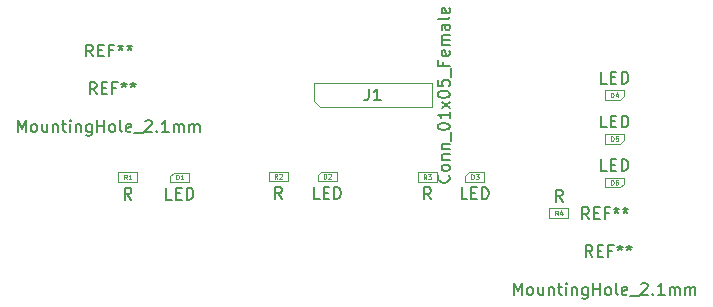
<source format=gbr>
%TF.GenerationSoftware,KiCad,Pcbnew,(5.1.10-1-10_14)*%
%TF.CreationDate,2021-06-08T22:52:33-04:00*%
%TF.ProjectId,TR109-lightboard,54523130-392d-46c6-9967-6874626f6172,rev?*%
%TF.SameCoordinates,Original*%
%TF.FileFunction,Other,Fab,Top*%
%FSLAX46Y46*%
G04 Gerber Fmt 4.6, Leading zero omitted, Abs format (unit mm)*
G04 Created by KiCad (PCBNEW (5.1.10-1-10_14)) date 2021-06-08 22:52:33*
%MOMM*%
%LPD*%
G01*
G04 APERTURE LIST*
%ADD10C,0.100000*%
%ADD11C,0.150000*%
%ADD12C,0.060000*%
G04 APERTURE END LIST*
D10*
%TO.C,J1*%
X144896704Y-96313500D02*
X144396704Y-95813500D01*
X154396704Y-96313500D02*
X144896704Y-96313500D01*
X154396704Y-94313500D02*
X154396704Y-96313500D01*
X144396704Y-94313500D02*
X154396704Y-94313500D01*
X144396704Y-95813500D02*
X144396704Y-94313500D01*
%TO.C,R4*%
X165960000Y-104887500D02*
X165960000Y-105712500D01*
X165960000Y-105712500D02*
X164360000Y-105712500D01*
X164360000Y-105712500D02*
X164360000Y-104887500D01*
X164360000Y-104887500D02*
X165960000Y-104887500D01*
%TO.C,R3*%
X153198300Y-102660200D02*
X153198300Y-101835200D01*
X153198300Y-101835200D02*
X154798300Y-101835200D01*
X154798300Y-101835200D02*
X154798300Y-102660200D01*
X154798300Y-102660200D02*
X153198300Y-102660200D01*
%TO.C,R2*%
X140589100Y-102622100D02*
X140589100Y-101797100D01*
X140589100Y-101797100D02*
X142189100Y-101797100D01*
X142189100Y-101797100D02*
X142189100Y-102622100D01*
X142189100Y-102622100D02*
X140589100Y-102622100D01*
%TO.C,R1*%
X127852900Y-102685600D02*
X127852900Y-101860600D01*
X127852900Y-101860600D02*
X129452900Y-101860600D01*
X129452900Y-101860600D02*
X129452900Y-102685600D01*
X129452900Y-102685600D02*
X127852900Y-102685600D01*
%TO.C,D6*%
X169062500Y-103117600D02*
X170362500Y-103117600D01*
X170362500Y-103117600D02*
X170662500Y-102817600D01*
X170662500Y-102817600D02*
X170662500Y-102317600D01*
X170662500Y-102317600D02*
X169062500Y-102317600D01*
X169062500Y-102317600D02*
X169062500Y-103117600D01*
%TO.C,D5*%
X169062500Y-99421900D02*
X170362500Y-99421900D01*
X170362500Y-99421900D02*
X170662500Y-99121900D01*
X170662500Y-99121900D02*
X170662500Y-98621900D01*
X170662500Y-98621900D02*
X169062500Y-98621900D01*
X169062500Y-98621900D02*
X169062500Y-99421900D01*
%TO.C,D4*%
X169062500Y-95713500D02*
X170362500Y-95713500D01*
X170362500Y-95713500D02*
X170662500Y-95413500D01*
X170662500Y-95413500D02*
X170662500Y-94913500D01*
X170662500Y-94913500D02*
X169062500Y-94913500D01*
X169062500Y-94913500D02*
X169062500Y-95713500D01*
%TO.C,D3*%
X158838800Y-101847700D02*
X157538800Y-101847700D01*
X157538800Y-101847700D02*
X157238800Y-102147700D01*
X157238800Y-102147700D02*
X157238800Y-102647700D01*
X157238800Y-102647700D02*
X158838800Y-102647700D01*
X158838800Y-102647700D02*
X158838800Y-101847700D01*
%TO.C,D2*%
X146342000Y-101809600D02*
X145042000Y-101809600D01*
X145042000Y-101809600D02*
X144742000Y-102109600D01*
X144742000Y-102109600D02*
X144742000Y-102609600D01*
X144742000Y-102609600D02*
X146342000Y-102609600D01*
X146342000Y-102609600D02*
X146342000Y-101809600D01*
%TO.C,D1*%
X133845200Y-101873100D02*
X132545200Y-101873100D01*
X132545200Y-101873100D02*
X132245200Y-102173100D01*
X132245200Y-102173100D02*
X132245200Y-102673100D01*
X132245200Y-102673100D02*
X133845200Y-102673100D01*
X133845200Y-102673100D02*
X133845200Y-101873100D01*
%TD*%
%TO.C,REF\u002A\u002A*%
D11*
X167696666Y-105822380D02*
X167363333Y-105346190D01*
X167125238Y-105822380D02*
X167125238Y-104822380D01*
X167506190Y-104822380D01*
X167601428Y-104870000D01*
X167649047Y-104917619D01*
X167696666Y-105012857D01*
X167696666Y-105155714D01*
X167649047Y-105250952D01*
X167601428Y-105298571D01*
X167506190Y-105346190D01*
X167125238Y-105346190D01*
X168125238Y-105298571D02*
X168458571Y-105298571D01*
X168601428Y-105822380D02*
X168125238Y-105822380D01*
X168125238Y-104822380D01*
X168601428Y-104822380D01*
X169363333Y-105298571D02*
X169030000Y-105298571D01*
X169030000Y-105822380D02*
X169030000Y-104822380D01*
X169506190Y-104822380D01*
X170030000Y-104822380D02*
X170030000Y-105060476D01*
X169791904Y-104965238D02*
X170030000Y-105060476D01*
X170268095Y-104965238D01*
X169887142Y-105250952D02*
X170030000Y-105060476D01*
X170172857Y-105250952D01*
X170791904Y-104822380D02*
X170791904Y-105060476D01*
X170553809Y-104965238D02*
X170791904Y-105060476D01*
X171030000Y-104965238D01*
X170649047Y-105250952D02*
X170791904Y-105060476D01*
X170934761Y-105250952D01*
X161339523Y-112222380D02*
X161339523Y-111222380D01*
X161672857Y-111936666D01*
X162006190Y-111222380D01*
X162006190Y-112222380D01*
X162625238Y-112222380D02*
X162530000Y-112174761D01*
X162482380Y-112127142D01*
X162434761Y-112031904D01*
X162434761Y-111746190D01*
X162482380Y-111650952D01*
X162530000Y-111603333D01*
X162625238Y-111555714D01*
X162768095Y-111555714D01*
X162863333Y-111603333D01*
X162910952Y-111650952D01*
X162958571Y-111746190D01*
X162958571Y-112031904D01*
X162910952Y-112127142D01*
X162863333Y-112174761D01*
X162768095Y-112222380D01*
X162625238Y-112222380D01*
X163815714Y-111555714D02*
X163815714Y-112222380D01*
X163387142Y-111555714D02*
X163387142Y-112079523D01*
X163434761Y-112174761D01*
X163530000Y-112222380D01*
X163672857Y-112222380D01*
X163768095Y-112174761D01*
X163815714Y-112127142D01*
X164291904Y-111555714D02*
X164291904Y-112222380D01*
X164291904Y-111650952D02*
X164339523Y-111603333D01*
X164434761Y-111555714D01*
X164577619Y-111555714D01*
X164672857Y-111603333D01*
X164720476Y-111698571D01*
X164720476Y-112222380D01*
X165053809Y-111555714D02*
X165434761Y-111555714D01*
X165196666Y-111222380D02*
X165196666Y-112079523D01*
X165244285Y-112174761D01*
X165339523Y-112222380D01*
X165434761Y-112222380D01*
X165768095Y-112222380D02*
X165768095Y-111555714D01*
X165768095Y-111222380D02*
X165720476Y-111270000D01*
X165768095Y-111317619D01*
X165815714Y-111270000D01*
X165768095Y-111222380D01*
X165768095Y-111317619D01*
X166244285Y-111555714D02*
X166244285Y-112222380D01*
X166244285Y-111650952D02*
X166291904Y-111603333D01*
X166387142Y-111555714D01*
X166530000Y-111555714D01*
X166625238Y-111603333D01*
X166672857Y-111698571D01*
X166672857Y-112222380D01*
X167577619Y-111555714D02*
X167577619Y-112365238D01*
X167530000Y-112460476D01*
X167482380Y-112508095D01*
X167387142Y-112555714D01*
X167244285Y-112555714D01*
X167149047Y-112508095D01*
X167577619Y-112174761D02*
X167482380Y-112222380D01*
X167291904Y-112222380D01*
X167196666Y-112174761D01*
X167149047Y-112127142D01*
X167101428Y-112031904D01*
X167101428Y-111746190D01*
X167149047Y-111650952D01*
X167196666Y-111603333D01*
X167291904Y-111555714D01*
X167482380Y-111555714D01*
X167577619Y-111603333D01*
X168053809Y-112222380D02*
X168053809Y-111222380D01*
X168053809Y-111698571D02*
X168625238Y-111698571D01*
X168625238Y-112222380D02*
X168625238Y-111222380D01*
X169244285Y-112222380D02*
X169149047Y-112174761D01*
X169101428Y-112127142D01*
X169053809Y-112031904D01*
X169053809Y-111746190D01*
X169101428Y-111650952D01*
X169149047Y-111603333D01*
X169244285Y-111555714D01*
X169387142Y-111555714D01*
X169482380Y-111603333D01*
X169530000Y-111650952D01*
X169577619Y-111746190D01*
X169577619Y-112031904D01*
X169530000Y-112127142D01*
X169482380Y-112174761D01*
X169387142Y-112222380D01*
X169244285Y-112222380D01*
X170149047Y-112222380D02*
X170053809Y-112174761D01*
X170006190Y-112079523D01*
X170006190Y-111222380D01*
X170910952Y-112174761D02*
X170815714Y-112222380D01*
X170625238Y-112222380D01*
X170530000Y-112174761D01*
X170482380Y-112079523D01*
X170482380Y-111698571D01*
X170530000Y-111603333D01*
X170625238Y-111555714D01*
X170815714Y-111555714D01*
X170910952Y-111603333D01*
X170958571Y-111698571D01*
X170958571Y-111793809D01*
X170482380Y-111889047D01*
X171149047Y-112317619D02*
X171910952Y-112317619D01*
X172101428Y-111317619D02*
X172149047Y-111270000D01*
X172244285Y-111222380D01*
X172482380Y-111222380D01*
X172577619Y-111270000D01*
X172625238Y-111317619D01*
X172672857Y-111412857D01*
X172672857Y-111508095D01*
X172625238Y-111650952D01*
X172053809Y-112222380D01*
X172672857Y-112222380D01*
X173101428Y-112127142D02*
X173149047Y-112174761D01*
X173101428Y-112222380D01*
X173053809Y-112174761D01*
X173101428Y-112127142D01*
X173101428Y-112222380D01*
X174101428Y-112222380D02*
X173530000Y-112222380D01*
X173815714Y-112222380D02*
X173815714Y-111222380D01*
X173720476Y-111365238D01*
X173625238Y-111460476D01*
X173530000Y-111508095D01*
X174530000Y-112222380D02*
X174530000Y-111555714D01*
X174530000Y-111650952D02*
X174577619Y-111603333D01*
X174672857Y-111555714D01*
X174815714Y-111555714D01*
X174910952Y-111603333D01*
X174958571Y-111698571D01*
X174958571Y-112222380D01*
X174958571Y-111698571D02*
X175006190Y-111603333D01*
X175101428Y-111555714D01*
X175244285Y-111555714D01*
X175339523Y-111603333D01*
X175387142Y-111698571D01*
X175387142Y-112222380D01*
X175863333Y-112222380D02*
X175863333Y-111555714D01*
X175863333Y-111650952D02*
X175910952Y-111603333D01*
X176006190Y-111555714D01*
X176149047Y-111555714D01*
X176244285Y-111603333D01*
X176291904Y-111698571D01*
X176291904Y-112222380D01*
X176291904Y-111698571D02*
X176339523Y-111603333D01*
X176434761Y-111555714D01*
X176577619Y-111555714D01*
X176672857Y-111603333D01*
X176720476Y-111698571D01*
X176720476Y-112222380D01*
X167996666Y-109022380D02*
X167663333Y-108546190D01*
X167425238Y-109022380D02*
X167425238Y-108022380D01*
X167806190Y-108022380D01*
X167901428Y-108070000D01*
X167949047Y-108117619D01*
X167996666Y-108212857D01*
X167996666Y-108355714D01*
X167949047Y-108450952D01*
X167901428Y-108498571D01*
X167806190Y-108546190D01*
X167425238Y-108546190D01*
X168425238Y-108498571D02*
X168758571Y-108498571D01*
X168901428Y-109022380D02*
X168425238Y-109022380D01*
X168425238Y-108022380D01*
X168901428Y-108022380D01*
X169663333Y-108498571D02*
X169330000Y-108498571D01*
X169330000Y-109022380D02*
X169330000Y-108022380D01*
X169806190Y-108022380D01*
X170330000Y-108022380D02*
X170330000Y-108260476D01*
X170091904Y-108165238D02*
X170330000Y-108260476D01*
X170568095Y-108165238D01*
X170187142Y-108450952D02*
X170330000Y-108260476D01*
X170472857Y-108450952D01*
X171091904Y-108022380D02*
X171091904Y-108260476D01*
X170853809Y-108165238D02*
X171091904Y-108260476D01*
X171330000Y-108165238D01*
X170949047Y-108450952D02*
X171091904Y-108260476D01*
X171234761Y-108450952D01*
X125706666Y-92032380D02*
X125373333Y-91556190D01*
X125135238Y-92032380D02*
X125135238Y-91032380D01*
X125516190Y-91032380D01*
X125611428Y-91080000D01*
X125659047Y-91127619D01*
X125706666Y-91222857D01*
X125706666Y-91365714D01*
X125659047Y-91460952D01*
X125611428Y-91508571D01*
X125516190Y-91556190D01*
X125135238Y-91556190D01*
X126135238Y-91508571D02*
X126468571Y-91508571D01*
X126611428Y-92032380D02*
X126135238Y-92032380D01*
X126135238Y-91032380D01*
X126611428Y-91032380D01*
X127373333Y-91508571D02*
X127040000Y-91508571D01*
X127040000Y-92032380D02*
X127040000Y-91032380D01*
X127516190Y-91032380D01*
X128040000Y-91032380D02*
X128040000Y-91270476D01*
X127801904Y-91175238D02*
X128040000Y-91270476D01*
X128278095Y-91175238D01*
X127897142Y-91460952D02*
X128040000Y-91270476D01*
X128182857Y-91460952D01*
X128801904Y-91032380D02*
X128801904Y-91270476D01*
X128563809Y-91175238D02*
X128801904Y-91270476D01*
X129040000Y-91175238D01*
X128659047Y-91460952D02*
X128801904Y-91270476D01*
X128944761Y-91460952D01*
X119349523Y-98432380D02*
X119349523Y-97432380D01*
X119682857Y-98146666D01*
X120016190Y-97432380D01*
X120016190Y-98432380D01*
X120635238Y-98432380D02*
X120540000Y-98384761D01*
X120492380Y-98337142D01*
X120444761Y-98241904D01*
X120444761Y-97956190D01*
X120492380Y-97860952D01*
X120540000Y-97813333D01*
X120635238Y-97765714D01*
X120778095Y-97765714D01*
X120873333Y-97813333D01*
X120920952Y-97860952D01*
X120968571Y-97956190D01*
X120968571Y-98241904D01*
X120920952Y-98337142D01*
X120873333Y-98384761D01*
X120778095Y-98432380D01*
X120635238Y-98432380D01*
X121825714Y-97765714D02*
X121825714Y-98432380D01*
X121397142Y-97765714D02*
X121397142Y-98289523D01*
X121444761Y-98384761D01*
X121540000Y-98432380D01*
X121682857Y-98432380D01*
X121778095Y-98384761D01*
X121825714Y-98337142D01*
X122301904Y-97765714D02*
X122301904Y-98432380D01*
X122301904Y-97860952D02*
X122349523Y-97813333D01*
X122444761Y-97765714D01*
X122587619Y-97765714D01*
X122682857Y-97813333D01*
X122730476Y-97908571D01*
X122730476Y-98432380D01*
X123063809Y-97765714D02*
X123444761Y-97765714D01*
X123206666Y-97432380D02*
X123206666Y-98289523D01*
X123254285Y-98384761D01*
X123349523Y-98432380D01*
X123444761Y-98432380D01*
X123778095Y-98432380D02*
X123778095Y-97765714D01*
X123778095Y-97432380D02*
X123730476Y-97480000D01*
X123778095Y-97527619D01*
X123825714Y-97480000D01*
X123778095Y-97432380D01*
X123778095Y-97527619D01*
X124254285Y-97765714D02*
X124254285Y-98432380D01*
X124254285Y-97860952D02*
X124301904Y-97813333D01*
X124397142Y-97765714D01*
X124540000Y-97765714D01*
X124635238Y-97813333D01*
X124682857Y-97908571D01*
X124682857Y-98432380D01*
X125587619Y-97765714D02*
X125587619Y-98575238D01*
X125540000Y-98670476D01*
X125492380Y-98718095D01*
X125397142Y-98765714D01*
X125254285Y-98765714D01*
X125159047Y-98718095D01*
X125587619Y-98384761D02*
X125492380Y-98432380D01*
X125301904Y-98432380D01*
X125206666Y-98384761D01*
X125159047Y-98337142D01*
X125111428Y-98241904D01*
X125111428Y-97956190D01*
X125159047Y-97860952D01*
X125206666Y-97813333D01*
X125301904Y-97765714D01*
X125492380Y-97765714D01*
X125587619Y-97813333D01*
X126063809Y-98432380D02*
X126063809Y-97432380D01*
X126063809Y-97908571D02*
X126635238Y-97908571D01*
X126635238Y-98432380D02*
X126635238Y-97432380D01*
X127254285Y-98432380D02*
X127159047Y-98384761D01*
X127111428Y-98337142D01*
X127063809Y-98241904D01*
X127063809Y-97956190D01*
X127111428Y-97860952D01*
X127159047Y-97813333D01*
X127254285Y-97765714D01*
X127397142Y-97765714D01*
X127492380Y-97813333D01*
X127540000Y-97860952D01*
X127587619Y-97956190D01*
X127587619Y-98241904D01*
X127540000Y-98337142D01*
X127492380Y-98384761D01*
X127397142Y-98432380D01*
X127254285Y-98432380D01*
X128159047Y-98432380D02*
X128063809Y-98384761D01*
X128016190Y-98289523D01*
X128016190Y-97432380D01*
X128920952Y-98384761D02*
X128825714Y-98432380D01*
X128635238Y-98432380D01*
X128540000Y-98384761D01*
X128492380Y-98289523D01*
X128492380Y-97908571D01*
X128540000Y-97813333D01*
X128635238Y-97765714D01*
X128825714Y-97765714D01*
X128920952Y-97813333D01*
X128968571Y-97908571D01*
X128968571Y-98003809D01*
X128492380Y-98099047D01*
X129159047Y-98527619D02*
X129920952Y-98527619D01*
X130111428Y-97527619D02*
X130159047Y-97480000D01*
X130254285Y-97432380D01*
X130492380Y-97432380D01*
X130587619Y-97480000D01*
X130635238Y-97527619D01*
X130682857Y-97622857D01*
X130682857Y-97718095D01*
X130635238Y-97860952D01*
X130063809Y-98432380D01*
X130682857Y-98432380D01*
X131111428Y-98337142D02*
X131159047Y-98384761D01*
X131111428Y-98432380D01*
X131063809Y-98384761D01*
X131111428Y-98337142D01*
X131111428Y-98432380D01*
X132111428Y-98432380D02*
X131539999Y-98432380D01*
X131825714Y-98432380D02*
X131825714Y-97432380D01*
X131730476Y-97575238D01*
X131635238Y-97670476D01*
X131539999Y-97718095D01*
X132539999Y-98432380D02*
X132539999Y-97765714D01*
X132539999Y-97860952D02*
X132587619Y-97813333D01*
X132682857Y-97765714D01*
X132825714Y-97765714D01*
X132920952Y-97813333D01*
X132968571Y-97908571D01*
X132968571Y-98432380D01*
X132968571Y-97908571D02*
X133016190Y-97813333D01*
X133111428Y-97765714D01*
X133254285Y-97765714D01*
X133349523Y-97813333D01*
X133397142Y-97908571D01*
X133397142Y-98432380D01*
X133873333Y-98432380D02*
X133873333Y-97765714D01*
X133873333Y-97860952D02*
X133920952Y-97813333D01*
X134016190Y-97765714D01*
X134159047Y-97765714D01*
X134254285Y-97813333D01*
X134301904Y-97908571D01*
X134301904Y-98432380D01*
X134301904Y-97908571D02*
X134349523Y-97813333D01*
X134444761Y-97765714D01*
X134587619Y-97765714D01*
X134682857Y-97813333D01*
X134730476Y-97908571D01*
X134730476Y-98432380D01*
X126006666Y-95232380D02*
X125673333Y-94756190D01*
X125435238Y-95232380D02*
X125435238Y-94232380D01*
X125816190Y-94232380D01*
X125911428Y-94280000D01*
X125959047Y-94327619D01*
X126006666Y-94422857D01*
X126006666Y-94565714D01*
X125959047Y-94660952D01*
X125911428Y-94708571D01*
X125816190Y-94756190D01*
X125435238Y-94756190D01*
X126435238Y-94708571D02*
X126768571Y-94708571D01*
X126911428Y-95232380D02*
X126435238Y-95232380D01*
X126435238Y-94232380D01*
X126911428Y-94232380D01*
X127673333Y-94708571D02*
X127340000Y-94708571D01*
X127340000Y-95232380D02*
X127340000Y-94232380D01*
X127816190Y-94232380D01*
X128340000Y-94232380D02*
X128340000Y-94470476D01*
X128101904Y-94375238D02*
X128340000Y-94470476D01*
X128578095Y-94375238D01*
X128197142Y-94660952D02*
X128340000Y-94470476D01*
X128482857Y-94660952D01*
X129101904Y-94232380D02*
X129101904Y-94470476D01*
X128863809Y-94375238D02*
X129101904Y-94470476D01*
X129340000Y-94375238D01*
X128959047Y-94660952D02*
X129101904Y-94470476D01*
X129244761Y-94660952D01*
%TO.C,J1*%
X155813846Y-102099214D02*
X155861465Y-102146833D01*
X155909084Y-102289690D01*
X155909084Y-102384928D01*
X155861465Y-102527785D01*
X155766227Y-102623023D01*
X155670989Y-102670642D01*
X155480513Y-102718261D01*
X155337656Y-102718261D01*
X155147180Y-102670642D01*
X155051942Y-102623023D01*
X154956704Y-102527785D01*
X154909084Y-102384928D01*
X154909084Y-102289690D01*
X154956704Y-102146833D01*
X155004323Y-102099214D01*
X155909084Y-101527785D02*
X155861465Y-101623023D01*
X155813846Y-101670642D01*
X155718608Y-101718261D01*
X155432894Y-101718261D01*
X155337656Y-101670642D01*
X155290037Y-101623023D01*
X155242418Y-101527785D01*
X155242418Y-101384928D01*
X155290037Y-101289690D01*
X155337656Y-101242071D01*
X155432894Y-101194452D01*
X155718608Y-101194452D01*
X155813846Y-101242071D01*
X155861465Y-101289690D01*
X155909084Y-101384928D01*
X155909084Y-101527785D01*
X155242418Y-100765880D02*
X155909084Y-100765880D01*
X155337656Y-100765880D02*
X155290037Y-100718261D01*
X155242418Y-100623023D01*
X155242418Y-100480166D01*
X155290037Y-100384928D01*
X155385275Y-100337309D01*
X155909084Y-100337309D01*
X155242418Y-99861119D02*
X155909084Y-99861119D01*
X155337656Y-99861119D02*
X155290037Y-99813500D01*
X155242418Y-99718261D01*
X155242418Y-99575404D01*
X155290037Y-99480166D01*
X155385275Y-99432547D01*
X155909084Y-99432547D01*
X156004323Y-99194452D02*
X156004323Y-98432547D01*
X154909084Y-98003976D02*
X154909084Y-97908738D01*
X154956704Y-97813500D01*
X155004323Y-97765880D01*
X155099561Y-97718261D01*
X155290037Y-97670642D01*
X155528132Y-97670642D01*
X155718608Y-97718261D01*
X155813846Y-97765880D01*
X155861465Y-97813500D01*
X155909084Y-97908738D01*
X155909084Y-98003976D01*
X155861465Y-98099214D01*
X155813846Y-98146833D01*
X155718608Y-98194452D01*
X155528132Y-98242071D01*
X155290037Y-98242071D01*
X155099561Y-98194452D01*
X155004323Y-98146833D01*
X154956704Y-98099214D01*
X154909084Y-98003976D01*
X155909084Y-96718261D02*
X155909084Y-97289690D01*
X155909084Y-97003976D02*
X154909084Y-97003976D01*
X155051942Y-97099214D01*
X155147180Y-97194452D01*
X155194799Y-97289690D01*
X155909084Y-96384928D02*
X155242418Y-95861119D01*
X155242418Y-96384928D02*
X155909084Y-95861119D01*
X154909084Y-95289690D02*
X154909084Y-95194452D01*
X154956704Y-95099214D01*
X155004323Y-95051595D01*
X155099561Y-95003976D01*
X155290037Y-94956357D01*
X155528132Y-94956357D01*
X155718608Y-95003976D01*
X155813846Y-95051595D01*
X155861465Y-95099214D01*
X155909084Y-95194452D01*
X155909084Y-95289690D01*
X155861465Y-95384928D01*
X155813846Y-95432547D01*
X155718608Y-95480166D01*
X155528132Y-95527785D01*
X155290037Y-95527785D01*
X155099561Y-95480166D01*
X155004323Y-95432547D01*
X154956704Y-95384928D01*
X154909084Y-95289690D01*
X154909084Y-94051595D02*
X154909084Y-94527785D01*
X155385275Y-94575404D01*
X155337656Y-94527785D01*
X155290037Y-94432547D01*
X155290037Y-94194452D01*
X155337656Y-94099214D01*
X155385275Y-94051595D01*
X155480513Y-94003976D01*
X155718608Y-94003976D01*
X155813846Y-94051595D01*
X155861465Y-94099214D01*
X155909084Y-94194452D01*
X155909084Y-94432547D01*
X155861465Y-94527785D01*
X155813846Y-94575404D01*
X156004323Y-93813500D02*
X156004323Y-93051595D01*
X155385275Y-92480166D02*
X155385275Y-92813500D01*
X155909084Y-92813500D02*
X154909084Y-92813500D01*
X154909084Y-92337309D01*
X155861465Y-91575404D02*
X155909084Y-91670642D01*
X155909084Y-91861119D01*
X155861465Y-91956357D01*
X155766227Y-92003976D01*
X155385275Y-92003976D01*
X155290037Y-91956357D01*
X155242418Y-91861119D01*
X155242418Y-91670642D01*
X155290037Y-91575404D01*
X155385275Y-91527785D01*
X155480513Y-91527785D01*
X155575751Y-92003976D01*
X155909084Y-91099214D02*
X155242418Y-91099214D01*
X155337656Y-91099214D02*
X155290037Y-91051595D01*
X155242418Y-90956357D01*
X155242418Y-90813500D01*
X155290037Y-90718261D01*
X155385275Y-90670642D01*
X155909084Y-90670642D01*
X155385275Y-90670642D02*
X155290037Y-90623023D01*
X155242418Y-90527785D01*
X155242418Y-90384928D01*
X155290037Y-90289690D01*
X155385275Y-90242071D01*
X155909084Y-90242071D01*
X155909084Y-89337309D02*
X155385275Y-89337309D01*
X155290037Y-89384928D01*
X155242418Y-89480166D01*
X155242418Y-89670642D01*
X155290037Y-89765880D01*
X155861465Y-89337309D02*
X155909084Y-89432547D01*
X155909084Y-89670642D01*
X155861465Y-89765880D01*
X155766227Y-89813500D01*
X155670989Y-89813500D01*
X155575751Y-89765880D01*
X155528132Y-89670642D01*
X155528132Y-89432547D01*
X155480513Y-89337309D01*
X155909084Y-88718261D02*
X155861465Y-88813500D01*
X155766227Y-88861119D01*
X154909084Y-88861119D01*
X155861465Y-87956357D02*
X155909084Y-88051595D01*
X155909084Y-88242071D01*
X155861465Y-88337309D01*
X155766227Y-88384928D01*
X155385275Y-88384928D01*
X155290037Y-88337309D01*
X155242418Y-88242071D01*
X155242418Y-88051595D01*
X155290037Y-87956357D01*
X155385275Y-87908738D01*
X155480513Y-87908738D01*
X155575751Y-88384928D01*
X149063370Y-94765880D02*
X149063370Y-95480166D01*
X149015751Y-95623023D01*
X148920513Y-95718261D01*
X148777656Y-95765880D01*
X148682418Y-95765880D01*
X150063370Y-95765880D02*
X149491942Y-95765880D01*
X149777656Y-95765880D02*
X149777656Y-94765880D01*
X149682418Y-94908738D01*
X149587180Y-95003976D01*
X149491942Y-95051595D01*
%TO.C,R4*%
X165469523Y-104322380D02*
X165136190Y-103846190D01*
X164898095Y-104322380D02*
X164898095Y-103322380D01*
X165279047Y-103322380D01*
X165374285Y-103370000D01*
X165421904Y-103417619D01*
X165469523Y-103512857D01*
X165469523Y-103655714D01*
X165421904Y-103750952D01*
X165374285Y-103798571D01*
X165279047Y-103846190D01*
X164898095Y-103846190D01*
D12*
X165093333Y-105480952D02*
X164960000Y-105290476D01*
X164864761Y-105480952D02*
X164864761Y-105080952D01*
X165017142Y-105080952D01*
X165055238Y-105100000D01*
X165074285Y-105119047D01*
X165093333Y-105157142D01*
X165093333Y-105214285D01*
X165074285Y-105252380D01*
X165055238Y-105271428D01*
X165017142Y-105290476D01*
X164864761Y-105290476D01*
X165436190Y-105214285D02*
X165436190Y-105480952D01*
X165340952Y-105061904D02*
X165245714Y-105347619D01*
X165493333Y-105347619D01*
%TO.C,R3*%
D11*
X154307823Y-104130080D02*
X153974490Y-103653890D01*
X153736395Y-104130080D02*
X153736395Y-103130080D01*
X154117347Y-103130080D01*
X154212585Y-103177700D01*
X154260204Y-103225319D01*
X154307823Y-103320557D01*
X154307823Y-103463414D01*
X154260204Y-103558652D01*
X154212585Y-103606271D01*
X154117347Y-103653890D01*
X153736395Y-103653890D01*
D12*
X153931633Y-102428652D02*
X153798300Y-102238176D01*
X153703061Y-102428652D02*
X153703061Y-102028652D01*
X153855442Y-102028652D01*
X153893538Y-102047700D01*
X153912585Y-102066747D01*
X153931633Y-102104842D01*
X153931633Y-102161985D01*
X153912585Y-102200080D01*
X153893538Y-102219128D01*
X153855442Y-102238176D01*
X153703061Y-102238176D01*
X154064966Y-102028652D02*
X154312585Y-102028652D01*
X154179252Y-102181033D01*
X154236395Y-102181033D01*
X154274490Y-102200080D01*
X154293538Y-102219128D01*
X154312585Y-102257223D01*
X154312585Y-102352461D01*
X154293538Y-102390557D01*
X154274490Y-102409604D01*
X154236395Y-102428652D01*
X154122109Y-102428652D01*
X154084014Y-102409604D01*
X154064966Y-102390557D01*
%TO.C,R2*%
D11*
X141698623Y-104091980D02*
X141365290Y-103615790D01*
X141127195Y-104091980D02*
X141127195Y-103091980D01*
X141508147Y-103091980D01*
X141603385Y-103139600D01*
X141651004Y-103187219D01*
X141698623Y-103282457D01*
X141698623Y-103425314D01*
X141651004Y-103520552D01*
X141603385Y-103568171D01*
X141508147Y-103615790D01*
X141127195Y-103615790D01*
D12*
X141322433Y-102390552D02*
X141189100Y-102200076D01*
X141093861Y-102390552D02*
X141093861Y-101990552D01*
X141246242Y-101990552D01*
X141284338Y-102009600D01*
X141303385Y-102028647D01*
X141322433Y-102066742D01*
X141322433Y-102123885D01*
X141303385Y-102161980D01*
X141284338Y-102181028D01*
X141246242Y-102200076D01*
X141093861Y-102200076D01*
X141474814Y-102028647D02*
X141493861Y-102009600D01*
X141531957Y-101990552D01*
X141627195Y-101990552D01*
X141665290Y-102009600D01*
X141684338Y-102028647D01*
X141703385Y-102066742D01*
X141703385Y-102104838D01*
X141684338Y-102161980D01*
X141455766Y-102390552D01*
X141703385Y-102390552D01*
%TO.C,R1*%
D11*
X128962423Y-104155480D02*
X128629090Y-103679290D01*
X128390995Y-104155480D02*
X128390995Y-103155480D01*
X128771947Y-103155480D01*
X128867185Y-103203100D01*
X128914804Y-103250719D01*
X128962423Y-103345957D01*
X128962423Y-103488814D01*
X128914804Y-103584052D01*
X128867185Y-103631671D01*
X128771947Y-103679290D01*
X128390995Y-103679290D01*
D12*
X128586233Y-102454052D02*
X128452900Y-102263576D01*
X128357661Y-102454052D02*
X128357661Y-102054052D01*
X128510042Y-102054052D01*
X128548138Y-102073100D01*
X128567185Y-102092147D01*
X128586233Y-102130242D01*
X128586233Y-102187385D01*
X128567185Y-102225480D01*
X128548138Y-102244528D01*
X128510042Y-102263576D01*
X128357661Y-102263576D01*
X128967185Y-102454052D02*
X128738614Y-102454052D01*
X128852900Y-102454052D02*
X128852900Y-102054052D01*
X128814804Y-102111195D01*
X128776709Y-102149290D01*
X128738614Y-102168338D01*
%TO.C,D6*%
D11*
X169219642Y-101739980D02*
X168743452Y-101739980D01*
X168743452Y-100739980D01*
X169552976Y-101216171D02*
X169886309Y-101216171D01*
X170029166Y-101739980D02*
X169552976Y-101739980D01*
X169552976Y-100739980D01*
X170029166Y-100739980D01*
X170457738Y-101739980D02*
X170457738Y-100739980D01*
X170695833Y-100739980D01*
X170838690Y-100787600D01*
X170933928Y-100882838D01*
X170981547Y-100978076D01*
X171029166Y-101168552D01*
X171029166Y-101311409D01*
X170981547Y-101501885D01*
X170933928Y-101597123D01*
X170838690Y-101692361D01*
X170695833Y-101739980D01*
X170457738Y-101739980D01*
D12*
X169567261Y-102898552D02*
X169567261Y-102498552D01*
X169662500Y-102498552D01*
X169719642Y-102517600D01*
X169757738Y-102555695D01*
X169776785Y-102593790D01*
X169795833Y-102669980D01*
X169795833Y-102727123D01*
X169776785Y-102803314D01*
X169757738Y-102841409D01*
X169719642Y-102879504D01*
X169662500Y-102898552D01*
X169567261Y-102898552D01*
X170138690Y-102498552D02*
X170062500Y-102498552D01*
X170024404Y-102517600D01*
X170005357Y-102536647D01*
X169967261Y-102593790D01*
X169948214Y-102669980D01*
X169948214Y-102822361D01*
X169967261Y-102860457D01*
X169986309Y-102879504D01*
X170024404Y-102898552D01*
X170100595Y-102898552D01*
X170138690Y-102879504D01*
X170157738Y-102860457D01*
X170176785Y-102822361D01*
X170176785Y-102727123D01*
X170157738Y-102689028D01*
X170138690Y-102669980D01*
X170100595Y-102650933D01*
X170024404Y-102650933D01*
X169986309Y-102669980D01*
X169967261Y-102689028D01*
X169948214Y-102727123D01*
%TO.C,D5*%
D11*
X169219642Y-98044280D02*
X168743452Y-98044280D01*
X168743452Y-97044280D01*
X169552976Y-97520471D02*
X169886309Y-97520471D01*
X170029166Y-98044280D02*
X169552976Y-98044280D01*
X169552976Y-97044280D01*
X170029166Y-97044280D01*
X170457738Y-98044280D02*
X170457738Y-97044280D01*
X170695833Y-97044280D01*
X170838690Y-97091900D01*
X170933928Y-97187138D01*
X170981547Y-97282376D01*
X171029166Y-97472852D01*
X171029166Y-97615709D01*
X170981547Y-97806185D01*
X170933928Y-97901423D01*
X170838690Y-97996661D01*
X170695833Y-98044280D01*
X170457738Y-98044280D01*
D12*
X169567261Y-99202852D02*
X169567261Y-98802852D01*
X169662500Y-98802852D01*
X169719642Y-98821900D01*
X169757738Y-98859995D01*
X169776785Y-98898090D01*
X169795833Y-98974280D01*
X169795833Y-99031423D01*
X169776785Y-99107614D01*
X169757738Y-99145709D01*
X169719642Y-99183804D01*
X169662500Y-99202852D01*
X169567261Y-99202852D01*
X170157738Y-98802852D02*
X169967261Y-98802852D01*
X169948214Y-98993328D01*
X169967261Y-98974280D01*
X170005357Y-98955233D01*
X170100595Y-98955233D01*
X170138690Y-98974280D01*
X170157738Y-98993328D01*
X170176785Y-99031423D01*
X170176785Y-99126661D01*
X170157738Y-99164757D01*
X170138690Y-99183804D01*
X170100595Y-99202852D01*
X170005357Y-99202852D01*
X169967261Y-99183804D01*
X169948214Y-99164757D01*
%TO.C,D4*%
D11*
X169219642Y-94335880D02*
X168743452Y-94335880D01*
X168743452Y-93335880D01*
X169552976Y-93812071D02*
X169886309Y-93812071D01*
X170029166Y-94335880D02*
X169552976Y-94335880D01*
X169552976Y-93335880D01*
X170029166Y-93335880D01*
X170457738Y-94335880D02*
X170457738Y-93335880D01*
X170695833Y-93335880D01*
X170838690Y-93383500D01*
X170933928Y-93478738D01*
X170981547Y-93573976D01*
X171029166Y-93764452D01*
X171029166Y-93907309D01*
X170981547Y-94097785D01*
X170933928Y-94193023D01*
X170838690Y-94288261D01*
X170695833Y-94335880D01*
X170457738Y-94335880D01*
D12*
X169567261Y-95494452D02*
X169567261Y-95094452D01*
X169662500Y-95094452D01*
X169719642Y-95113500D01*
X169757738Y-95151595D01*
X169776785Y-95189690D01*
X169795833Y-95265880D01*
X169795833Y-95323023D01*
X169776785Y-95399214D01*
X169757738Y-95437309D01*
X169719642Y-95475404D01*
X169662500Y-95494452D01*
X169567261Y-95494452D01*
X170138690Y-95227785D02*
X170138690Y-95494452D01*
X170043452Y-95075404D02*
X169948214Y-95361119D01*
X170195833Y-95361119D01*
%TO.C,D3*%
D11*
X157395942Y-104130080D02*
X156919752Y-104130080D01*
X156919752Y-103130080D01*
X157729276Y-103606271D02*
X158062609Y-103606271D01*
X158205466Y-104130080D02*
X157729276Y-104130080D01*
X157729276Y-103130080D01*
X158205466Y-103130080D01*
X158634038Y-104130080D02*
X158634038Y-103130080D01*
X158872133Y-103130080D01*
X159014990Y-103177700D01*
X159110228Y-103272938D01*
X159157847Y-103368176D01*
X159205466Y-103558652D01*
X159205466Y-103701509D01*
X159157847Y-103891985D01*
X159110228Y-103987223D01*
X159014990Y-104082461D01*
X158872133Y-104130080D01*
X158634038Y-104130080D01*
D12*
X157743561Y-102428652D02*
X157743561Y-102028652D01*
X157838800Y-102028652D01*
X157895942Y-102047700D01*
X157934038Y-102085795D01*
X157953085Y-102123890D01*
X157972133Y-102200080D01*
X157972133Y-102257223D01*
X157953085Y-102333414D01*
X157934038Y-102371509D01*
X157895942Y-102409604D01*
X157838800Y-102428652D01*
X157743561Y-102428652D01*
X158105466Y-102028652D02*
X158353085Y-102028652D01*
X158219752Y-102181033D01*
X158276895Y-102181033D01*
X158314990Y-102200080D01*
X158334038Y-102219128D01*
X158353085Y-102257223D01*
X158353085Y-102352461D01*
X158334038Y-102390557D01*
X158314990Y-102409604D01*
X158276895Y-102428652D01*
X158162609Y-102428652D01*
X158124514Y-102409604D01*
X158105466Y-102390557D01*
%TO.C,D2*%
D11*
X144899142Y-104091980D02*
X144422952Y-104091980D01*
X144422952Y-103091980D01*
X145232476Y-103568171D02*
X145565809Y-103568171D01*
X145708666Y-104091980D02*
X145232476Y-104091980D01*
X145232476Y-103091980D01*
X145708666Y-103091980D01*
X146137238Y-104091980D02*
X146137238Y-103091980D01*
X146375333Y-103091980D01*
X146518190Y-103139600D01*
X146613428Y-103234838D01*
X146661047Y-103330076D01*
X146708666Y-103520552D01*
X146708666Y-103663409D01*
X146661047Y-103853885D01*
X146613428Y-103949123D01*
X146518190Y-104044361D01*
X146375333Y-104091980D01*
X146137238Y-104091980D01*
D12*
X145246761Y-102390552D02*
X145246761Y-101990552D01*
X145342000Y-101990552D01*
X145399142Y-102009600D01*
X145437238Y-102047695D01*
X145456285Y-102085790D01*
X145475333Y-102161980D01*
X145475333Y-102219123D01*
X145456285Y-102295314D01*
X145437238Y-102333409D01*
X145399142Y-102371504D01*
X145342000Y-102390552D01*
X145246761Y-102390552D01*
X145627714Y-102028647D02*
X145646761Y-102009600D01*
X145684857Y-101990552D01*
X145780095Y-101990552D01*
X145818190Y-102009600D01*
X145837238Y-102028647D01*
X145856285Y-102066742D01*
X145856285Y-102104838D01*
X145837238Y-102161980D01*
X145608666Y-102390552D01*
X145856285Y-102390552D01*
%TO.C,D1*%
D11*
X132402342Y-104155480D02*
X131926152Y-104155480D01*
X131926152Y-103155480D01*
X132735676Y-103631671D02*
X133069009Y-103631671D01*
X133211866Y-104155480D02*
X132735676Y-104155480D01*
X132735676Y-103155480D01*
X133211866Y-103155480D01*
X133640438Y-104155480D02*
X133640438Y-103155480D01*
X133878533Y-103155480D01*
X134021390Y-103203100D01*
X134116628Y-103298338D01*
X134164247Y-103393576D01*
X134211866Y-103584052D01*
X134211866Y-103726909D01*
X134164247Y-103917385D01*
X134116628Y-104012623D01*
X134021390Y-104107861D01*
X133878533Y-104155480D01*
X133640438Y-104155480D01*
D12*
X132749961Y-102454052D02*
X132749961Y-102054052D01*
X132845200Y-102054052D01*
X132902342Y-102073100D01*
X132940438Y-102111195D01*
X132959485Y-102149290D01*
X132978533Y-102225480D01*
X132978533Y-102282623D01*
X132959485Y-102358814D01*
X132940438Y-102396909D01*
X132902342Y-102435004D01*
X132845200Y-102454052D01*
X132749961Y-102454052D01*
X133359485Y-102454052D02*
X133130914Y-102454052D01*
X133245200Y-102454052D02*
X133245200Y-102054052D01*
X133207104Y-102111195D01*
X133169009Y-102149290D01*
X133130914Y-102168338D01*
%TD*%
M02*

</source>
